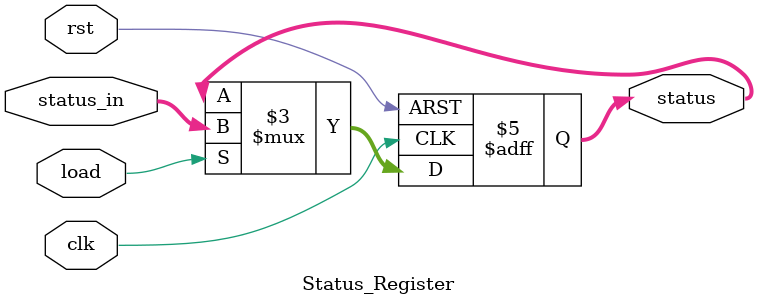
<source format=v>
module Status_Register(clk, rst, load, status_in, status);
  input clk, rst, load;
  input [3 : 0] status_in;
  output reg[3: 0] status;

  always@(negedge clk, posedge rst) begin
    if(rst) begin
      status <= 4'b0;
    end
    else if(load) begin
      status <= status_in;
    end
    else begin
      status <= status;
    end
  end

endmodule
</source>
